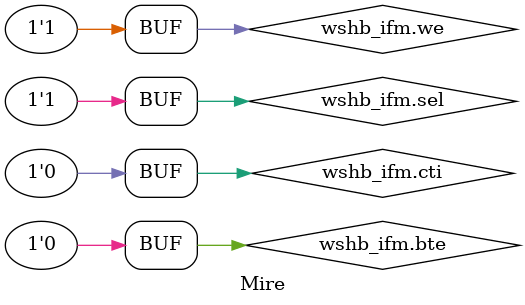
<source format=sv>
module Mire #(parameter HDISP = 800, parameter VDISP = 480)
(
    wshb_if.master wshb_ifm
);

// Wishbone steady signals
assign wshb_ifm.sel = 4'b1111;
assign wshb_ifm.we = 1'b1;
assign wshb_ifm.cti = '0;
assign wshb_ifm.bte = '0;

//Basically copiyng the image did in the second part
logic [$clog2(VDISP) - 1 : 0] counterlines;
logic [$clog2(HDISP) - 1 : 0] counterpixels;

always_ff @(posedge wshb_ifm.clk)
begin
    if(wshb_ifm.rst || counterpixels == HDISP - 1)
    begin
        counterpixels <= 0;
    end
    else
    begin
        counterpixels <= counterpixels + wshb_ifm.ack;
    end
end

always_ff @(posedge wshb_ifm.clk)
begin
    if(wshb_ifm.rst || counterlines == VDISP)
    begin
        counterlines <= 0;
    end
    else if (counterpixels == HDISP - 1)
    begin
        counterlines <= counterlines + wshb_ifm.ack;
    end
end

logic [5:0] counter_fair_play;

always_ff @(posedge wshb_ifm.clk or posedge wshb_ifm.rst)
begin
    if (wshb_ifm.rst)
    begin
        counter_fair_play <= 0;
    end
    else
    begin
        if(counter_fair_play == 63)
        begin 
            counter_fair_play <= 0;
            wshb_ifm.stb <= 0; 
        end
        else
        begin
            wshb_ifm.stb <= 1;
            counter_fair_play <= counter_fair_play + wshb_ifm.ack; 
        end
    end
end

// Address (also same as before)
always_ff @(posedge wshb_ifm.clk or posedge wshb_ifm.rst)
begin
    if(wshb_ifm.rst)
    begin
        wshb_ifm.adr <= 0;
    end
    else
    begin
        if(wshb_ifm.ack)
        begin
            if (wshb_ifm.adr == 4*(HDISP*VDISP)-4)   // 4* Because byte oriented(and each byte is 32 bits represented), sees if the scan is already
            begin                                    // in the end
                wshb_ifm.adr <= 0;
            end
            else
            begin
                wshb_ifm.adr <= wshb_ifm.adr + 4;  //Word increment "Les pixels sont stockés par mots de 32bits"
            end
        end
    end
end


assign wshb_ifm.cyc = wshb_ifm.stb;

// RGB equivalent
assign wshb_ifm.dat_ms = (counterpixels % 16 == 0) || (counterlines % 16 == 0) ? '1: '0;

endmodule
</source>
